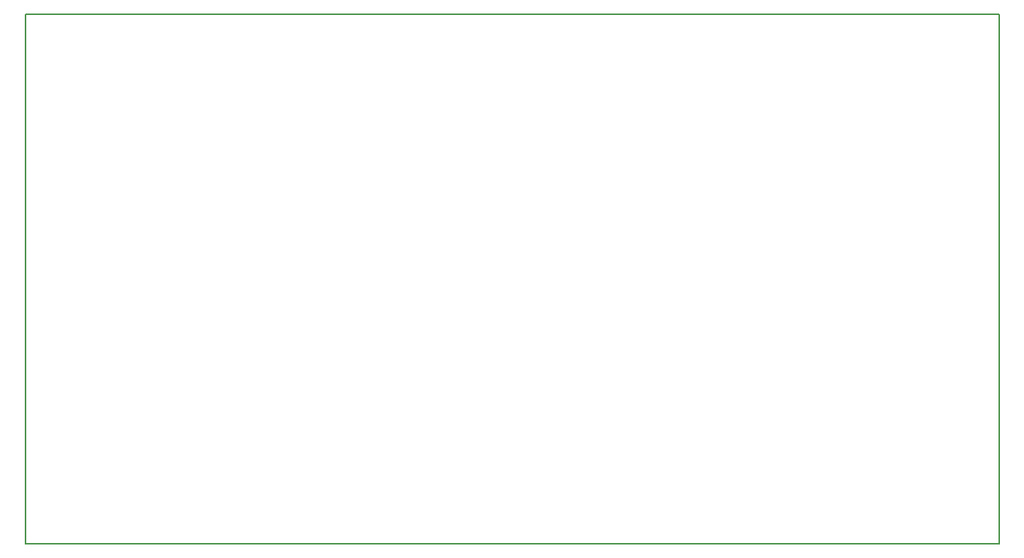
<source format=gbo>
G04 MADE WITH FRITZING*
G04 WWW.FRITZING.ORG*
G04 SINGLE SIDED*
G04 HOLES NOT PLATED*
G04 CONTOUR ON CENTER OF CONTOUR VECTOR*
%ASAXBY*%
%FSLAX23Y23*%
%MOIN*%
%OFA0B0*%
%SFA1.0B1.0*%
%ADD10R,4.330720X2.362200X4.314720X2.346200*%
%ADD11C,0.008000*%
%LNSILK0*%
G90*
G70*
G54D11*
X4Y2358D02*
X4327Y2358D01*
X4327Y4D01*
X4Y4D01*
X4Y2358D01*
D02*
G04 End of Silk0*
M02*
</source>
